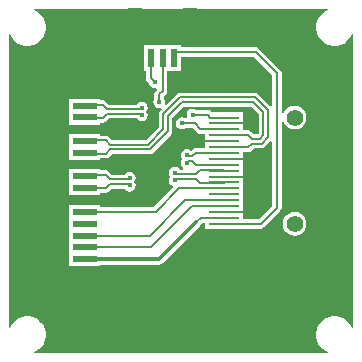
<source format=gtl>
G04*
G04 #@! TF.GenerationSoftware,Altium Limited,Altium Designer,19.1.1 (5)*
G04*
G04 Layer_Physical_Order=1*
G04 Layer_Color=255*
%FSLAX44Y44*%
%MOMM*%
G71*
G01*
G75*
%ADD12C,0.2000*%
%ADD13R,0.5000X1.5500*%
%ADD14R,1.2000X2.0000*%
%ADD15R,2.5999X0.2799*%
%ADD16R,2.1999X1.3000*%
%ADD17R,1.4001X1.3000*%
%ADD18R,2.0000X0.6000*%
%ADD19R,4.1999X0.7000*%
%ADD28C,0.1500*%
%ADD29C,0.3000*%
%ADD30C,1.4001*%
%ADD31C,0.4000*%
G36*
X274715Y294652D02*
X272908Y293903D01*
X272658Y293736D01*
X272380Y293621D01*
X270332Y292253D01*
X270119Y292040D01*
X269869Y291872D01*
X268128Y290131D01*
X267960Y289881D01*
X267747Y289668D01*
X266379Y287620D01*
X266264Y287342D01*
X266097Y287092D01*
X265154Y284817D01*
X265096Y284521D01*
X264980Y284243D01*
X264500Y281828D01*
Y281527D01*
X264441Y281231D01*
Y278769D01*
X264500Y278473D01*
Y278172D01*
X264980Y275757D01*
X265096Y275479D01*
X265154Y275183D01*
X266097Y272908D01*
X266264Y272658D01*
X266379Y272380D01*
X267747Y270332D01*
X267960Y270119D01*
X268128Y269869D01*
X269869Y268128D01*
X270119Y267960D01*
X270332Y267747D01*
X272380Y266379D01*
X272658Y266264D01*
X272908Y266097D01*
X275183Y265154D01*
X275479Y265096D01*
X275757Y264980D01*
X278172Y264500D01*
X278473D01*
X278769Y264441D01*
X281231D01*
X281527Y264500D01*
X281828D01*
X284243Y264980D01*
X284521Y265096D01*
X284817Y265154D01*
X287092Y266097D01*
X287342Y266264D01*
X287620Y266379D01*
X289668Y267747D01*
X289881Y267960D01*
X290131Y268128D01*
X291872Y269869D01*
X292040Y270119D01*
X292253Y270332D01*
X293621Y272380D01*
X293736Y272658D01*
X293903Y272908D01*
X294652Y274715D01*
X295922Y274463D01*
Y25537D01*
X294652Y25285D01*
X293903Y27092D01*
X293736Y27342D01*
X293621Y27620D01*
X292253Y29668D01*
X292040Y29881D01*
X291872Y30131D01*
X290131Y31872D01*
X289881Y32040D01*
X289668Y32253D01*
X287620Y33621D01*
X287342Y33736D01*
X287092Y33903D01*
X284817Y34846D01*
X284521Y34904D01*
X284243Y35020D01*
X281828Y35500D01*
X281527D01*
X281231Y35559D01*
X278769D01*
X278473Y35500D01*
X278172D01*
X275757Y35020D01*
X275479Y34904D01*
X275183Y34846D01*
X272908Y33903D01*
X272658Y33736D01*
X272380Y33621D01*
X270332Y32253D01*
X270119Y32040D01*
X269869Y31872D01*
X268128Y30131D01*
X267960Y29881D01*
X267747Y29668D01*
X266379Y27620D01*
X266264Y27342D01*
X266097Y27092D01*
X265154Y24817D01*
X265096Y24521D01*
X264980Y24243D01*
X264500Y21828D01*
Y21527D01*
X264441Y21231D01*
Y18769D01*
X264500Y18473D01*
Y18172D01*
X264980Y15757D01*
X265096Y15479D01*
X265154Y15183D01*
X266097Y12909D01*
X266264Y12658D01*
X266379Y12380D01*
X267747Y10332D01*
X267960Y10119D01*
X268128Y9869D01*
X269869Y8128D01*
X270119Y7960D01*
X270332Y7747D01*
X272380Y6379D01*
X272658Y6264D01*
X272908Y6097D01*
X274715Y5348D01*
X274463Y4078D01*
X25537D01*
X25285Y5348D01*
X27092Y6097D01*
X27342Y6264D01*
X27620Y6379D01*
X29668Y7747D01*
X29881Y7960D01*
X30131Y8128D01*
X31872Y9869D01*
X32040Y10119D01*
X32253Y10332D01*
X33621Y12380D01*
X33736Y12658D01*
X33903Y12909D01*
X34846Y15183D01*
X34904Y15479D01*
X35020Y15757D01*
X35500Y18172D01*
Y18473D01*
X35559Y18769D01*
Y21231D01*
X35500Y21527D01*
Y21828D01*
X35020Y24243D01*
X34904Y24521D01*
X34846Y24817D01*
X33903Y27092D01*
X33736Y27342D01*
X33621Y27620D01*
X32253Y29668D01*
X32040Y29881D01*
X31872Y30131D01*
X30131Y31872D01*
X29881Y32040D01*
X29668Y32253D01*
X27620Y33621D01*
X27342Y33736D01*
X27092Y33903D01*
X24817Y34846D01*
X24521Y34904D01*
X24243Y35020D01*
X21828Y35500D01*
X21527D01*
X21231Y35559D01*
X18769D01*
X18473Y35500D01*
X18172D01*
X15757Y35020D01*
X15479Y34904D01*
X15183Y34846D01*
X12909Y33903D01*
X12658Y33736D01*
X12380Y33621D01*
X10332Y32253D01*
X10119Y32040D01*
X9869Y31872D01*
X8128Y30131D01*
X7960Y29881D01*
X7747Y29668D01*
X6379Y27620D01*
X6264Y27342D01*
X6097Y27092D01*
X5348Y25285D01*
X4078Y25537D01*
X4078Y274463D01*
X5348Y274715D01*
X6097Y272908D01*
X6264Y272658D01*
X6379Y272380D01*
X7747Y270332D01*
X7960Y270119D01*
X8128Y269869D01*
X9869Y268128D01*
X10119Y267960D01*
X10332Y267747D01*
X12380Y266379D01*
X12658Y266264D01*
X12909Y266097D01*
X15183Y265154D01*
X15479Y265096D01*
X15757Y264980D01*
X18172Y264500D01*
X18473D01*
X18769Y264441D01*
X21231D01*
X21527Y264500D01*
X21828D01*
X24243Y264980D01*
X24521Y265096D01*
X24817Y265154D01*
X27092Y266097D01*
X27342Y266264D01*
X27620Y266379D01*
X29668Y267747D01*
X29881Y267960D01*
X30131Y268128D01*
X31872Y269869D01*
X32040Y270119D01*
X32253Y270332D01*
X33621Y272380D01*
X33736Y272658D01*
X33903Y272908D01*
X34846Y275183D01*
X34904Y275479D01*
X35020Y275757D01*
X35500Y278172D01*
Y278473D01*
X35559Y278769D01*
Y281231D01*
X35500Y281527D01*
Y281828D01*
X35020Y284243D01*
X34904Y284521D01*
X34846Y284817D01*
X33903Y287092D01*
X33736Y287342D01*
X33621Y287620D01*
X32253Y289668D01*
X32040Y289881D01*
X31872Y290131D01*
X30131Y291872D01*
X29881Y292040D01*
X29668Y292253D01*
X27620Y293621D01*
X27342Y293736D01*
X27092Y293903D01*
X25285Y294652D01*
X25537Y295922D01*
X274463D01*
X274715Y294652D01*
D02*
G37*
%LPC*%
G36*
X81580Y219830D02*
X55580D01*
Y207830D01*
Y197830D01*
X81580D01*
Y199256D01*
X83900D01*
X85363Y199548D01*
X86604Y200376D01*
X89214Y202987D01*
X112546D01*
X113235Y201955D01*
X114889Y200850D01*
X116840Y200462D01*
X118791Y200850D01*
X120445Y201955D01*
X121550Y203609D01*
X121938Y205560D01*
X121550Y207511D01*
X120668Y208830D01*
X121550Y210149D01*
X121938Y212100D01*
X121550Y214051D01*
X120445Y215705D01*
X118791Y216810D01*
X116840Y217198D01*
X114889Y216810D01*
X113235Y215705D01*
X112546Y214673D01*
X89214D01*
X86604Y217283D01*
X85363Y218112D01*
X83900Y218403D01*
X81580D01*
Y219830D01*
D02*
G37*
G36*
X149960Y264750D02*
X118960D01*
Y243250D01*
X120382D01*
Y237410D01*
X120382Y237410D01*
X120692Y235849D01*
X121576Y234526D01*
X123108Y232994D01*
X123330Y231879D01*
X124435Y230225D01*
X126089Y229120D01*
X128040Y228732D01*
X128110Y228746D01*
X129452Y227761D01*
X129514Y227174D01*
X128738Y226399D01*
X127854Y225075D01*
X127543Y223515D01*
X127543Y223514D01*
Y219726D01*
X126912Y218780D01*
X126524Y216830D01*
X126912Y214879D01*
X128017Y213225D01*
X129671Y212120D01*
X131622Y211732D01*
X133147Y212035D01*
X133773Y210865D01*
X132233Y209325D01*
X131404Y208085D01*
X131113Y206621D01*
Y195271D01*
X120516Y184673D01*
X91754D01*
X89144Y187283D01*
X87903Y188112D01*
X86440Y188403D01*
X81580D01*
Y189830D01*
X55580D01*
Y177830D01*
Y167830D01*
X81580D01*
Y169256D01*
X86440D01*
X87903Y169548D01*
X89144Y170376D01*
X91754Y172987D01*
X123773D01*
X125236Y173278D01*
X126477Y174106D01*
X141680Y189310D01*
X142509Y190550D01*
X142800Y192013D01*
Y203364D01*
X152442Y213006D01*
X209587D01*
X215887Y206706D01*
Y190334D01*
X215148Y189595D01*
X211877D01*
X209707Y191765D01*
X208466Y192594D01*
X207003Y192885D01*
X202560D01*
Y198151D01*
X202560D01*
Y199352D01*
X202560D01*
Y208151D01*
X176328D01*
X175445Y209035D01*
X174121Y209919D01*
X172561Y210229D01*
X172561Y210229D01*
X162707D01*
X161762Y210861D01*
X159811Y211249D01*
X157860Y210861D01*
X156207Y209755D01*
X155101Y208102D01*
X154713Y206151D01*
X155061Y204403D01*
X154479Y203314D01*
X154360Y203145D01*
X153508Y202993D01*
X152809Y203460D01*
X150858Y203848D01*
X148907Y203460D01*
X147254Y202355D01*
X146148Y200701D01*
X145760Y198750D01*
X146148Y196799D01*
X147254Y195145D01*
X148907Y194040D01*
X150858Y193652D01*
X152809Y194040D01*
X153754Y194672D01*
X159772D01*
X163576Y190867D01*
X163576Y190867D01*
X164899Y189983D01*
X166460Y189673D01*
X170561D01*
Y184350D01*
X170561D01*
Y183149D01*
X170561D01*
Y177884D01*
X162940D01*
X161477Y177593D01*
X160236Y176764D01*
X159048Y175575D01*
X158545Y175625D01*
X156891Y176730D01*
X154940Y177118D01*
X152989Y176730D01*
X151335Y175625D01*
X150230Y173971D01*
X149842Y172020D01*
X150230Y170069D01*
X151111Y168750D01*
X150230Y167431D01*
X149842Y165480D01*
X150230Y163529D01*
X151335Y161875D01*
X151838Y161539D01*
X152109Y159830D01*
X151923Y159593D01*
X149074D01*
X148385Y160625D01*
X146731Y161730D01*
X144780Y162118D01*
X142829Y161730D01*
X141175Y160625D01*
X140070Y158971D01*
X139682Y157020D01*
X140070Y155069D01*
X140951Y153750D01*
X140070Y152431D01*
X139682Y150480D01*
X140070Y148529D01*
X141175Y146875D01*
X142829Y145770D01*
X143010Y145734D01*
X143379Y144519D01*
X126768Y127908D01*
X81580D01*
Y129830D01*
X55580D01*
Y117830D01*
Y107830D01*
Y97830D01*
Y87830D01*
Y77830D01*
X81580D01*
Y79242D01*
X131622D01*
X133378Y79591D01*
X134866Y80586D01*
X166184Y111904D01*
X167179Y113392D01*
X167235Y113676D01*
X168231Y114672D01*
X170561D01*
Y109349D01*
X202560D01*
Y109670D01*
X217349D01*
X217349Y109670D01*
X218910Y109981D01*
X220233Y110865D01*
X234024Y124656D01*
X234024Y124656D01*
X234908Y125979D01*
X235218Y127540D01*
X235218Y127540D01*
Y200869D01*
X236416Y201141D01*
X237424Y198708D01*
X239027Y196619D01*
X241116Y195016D01*
X243548Y194008D01*
X246159Y193665D01*
X248770Y194008D01*
X251202Y195016D01*
X253291Y196619D01*
X254894Y198708D01*
X255902Y201141D01*
X256245Y203751D01*
X255902Y206362D01*
X254894Y208794D01*
X253291Y210883D01*
X251202Y212486D01*
X248770Y213494D01*
X246159Y213838D01*
X243548Y213494D01*
X241116Y212486D01*
X239027Y210883D01*
X237424Y208794D01*
X236416Y206362D01*
X235218Y206634D01*
Y241300D01*
X234908Y242861D01*
X234024Y244184D01*
X234024Y244184D01*
X216244Y261964D01*
X214921Y262848D01*
X213360Y263158D01*
X213360Y263158D01*
X149960D01*
Y264750D01*
D02*
G37*
G36*
X81580Y159830D02*
X55580D01*
Y147830D01*
Y137830D01*
X81580D01*
Y140007D01*
X86531D01*
X87994Y140298D01*
X89235Y141126D01*
X91754Y143646D01*
X102186D01*
X102875Y142614D01*
X104529Y141509D01*
X106480Y141121D01*
X108431Y141509D01*
X110085Y142614D01*
X111190Y144268D01*
X111578Y146219D01*
X111190Y148170D01*
X110308Y149489D01*
X111190Y150808D01*
X111578Y152759D01*
X111190Y154710D01*
X110085Y156364D01*
X108431Y157469D01*
X106480Y157857D01*
X104529Y157469D01*
X102875Y156364D01*
X102186Y155333D01*
X91754D01*
X89235Y157852D01*
X87994Y158681D01*
X86531Y158972D01*
X81580D01*
Y159830D01*
D02*
G37*
G36*
X246159Y123835D02*
X243548Y123492D01*
X241116Y122484D01*
X239027Y120881D01*
X237424Y118792D01*
X236416Y116359D01*
X236073Y113749D01*
X236416Y111138D01*
X237424Y108706D01*
X239027Y106617D01*
X241116Y105014D01*
X243548Y104006D01*
X246159Y103662D01*
X248770Y104006D01*
X251202Y105014D01*
X253291Y106617D01*
X254894Y108706D01*
X255902Y111138D01*
X256245Y113749D01*
X255902Y116359D01*
X254894Y118792D01*
X253291Y120881D01*
X251202Y122484D01*
X248770Y123492D01*
X246159Y123835D01*
D02*
G37*
%LPD*%
G36*
X227062Y239611D02*
Y213855D01*
X225792Y213329D01*
X215547Y223573D01*
X214307Y224402D01*
X212844Y224693D01*
X149185D01*
X147722Y224402D01*
X146481Y223573D01*
X137587Y214679D01*
X136416Y215304D01*
X136720Y216830D01*
X136332Y218780D01*
X135700Y219726D01*
Y221825D01*
X137344Y223469D01*
X138228Y224792D01*
X138538Y226353D01*
X138538Y226353D01*
Y243250D01*
X149960D01*
Y255002D01*
X211671D01*
X227062Y239611D01*
D02*
G37*
G36*
Y183185D02*
Y129229D01*
X215660Y117827D01*
X202560D01*
Y123150D01*
X202560D01*
Y124351D01*
X202560D01*
Y134351D01*
Y144351D01*
Y153149D01*
X202560D01*
Y154351D01*
X202560D01*
Y159352D01*
Y168151D01*
X202560D01*
Y169352D01*
X202560D01*
Y174617D01*
X207003D01*
X208466Y174908D01*
X209707Y175737D01*
X211877Y177908D01*
X218405D01*
X219868Y178199D01*
X221108Y179028D01*
X225792Y183711D01*
X227062Y183185D01*
D02*
G37*
D12*
X145960Y259080D02*
X213360D01*
X144460Y257580D02*
X145960Y259080D01*
X144460Y254000D02*
Y257580D01*
X213360Y259080D02*
X231140Y241300D01*
Y127540D02*
Y241300D01*
X217349Y113749D02*
X231140Y127540D01*
X186560Y113749D02*
X217349D01*
X134460Y226353D02*
Y254000D01*
X131622Y223515D02*
X134460Y226353D01*
X131622Y216830D02*
Y223515D01*
X150858Y198750D02*
X161461D01*
X166460Y193751D01*
X186560D01*
X159811Y206151D02*
X172561D01*
X174960Y203751D01*
X124460Y237410D02*
Y254000D01*
Y237410D02*
X128040Y233830D01*
X174960Y203751D02*
X186560D01*
X128458Y123830D02*
X148376Y143749D01*
X186560D01*
X68580Y123830D02*
X128458D01*
X186560Y168750D02*
X212844D01*
X159230Y183751D02*
Y190550D01*
Y183751D02*
X186560D01*
Y198750D02*
X208280D01*
Y200462D01*
X186560Y153749D02*
X212844D01*
Y153830D01*
X186560Y123749D02*
X212844D01*
Y123835D01*
X162940Y115148D02*
X166542Y118750D01*
X186560D01*
X124310Y93830D02*
X159230Y128750D01*
X186560D01*
X68580Y93830D02*
X124310D01*
X68580Y103830D02*
X123680D01*
X153599Y133749D01*
X186560D01*
D13*
X124460Y254000D02*
D03*
X134460D02*
D03*
X144460D02*
D03*
D14*
X157460Y286250D02*
D03*
X111460D02*
D03*
D15*
X186560Y203751D02*
D03*
Y198750D02*
D03*
Y193751D02*
D03*
Y183751D02*
D03*
Y178750D02*
D03*
Y168750D02*
D03*
Y163751D02*
D03*
Y153749D02*
D03*
Y148750D02*
D03*
Y143749D02*
D03*
Y138750D02*
D03*
Y133749D02*
D03*
Y128750D02*
D03*
Y123749D02*
D03*
Y118750D02*
D03*
Y113749D02*
D03*
Y173751D02*
D03*
Y188750D02*
D03*
Y158750D02*
D03*
D16*
X194160Y239250D02*
D03*
Y78250D02*
D03*
D17*
X253761D02*
D03*
Y239250D02*
D03*
D18*
X68580Y143830D02*
D03*
Y153830D02*
D03*
Y183830D02*
D03*
Y173830D02*
D03*
Y213830D02*
D03*
Y203830D02*
D03*
Y223830D02*
D03*
Y193830D02*
D03*
Y163830D02*
D03*
Y133830D02*
D03*
Y123830D02*
D03*
Y113830D02*
D03*
Y103830D02*
D03*
Y93830D02*
D03*
Y83830D02*
D03*
D19*
X47579Y233830D02*
D03*
Y73830D02*
D03*
D28*
X166232Y159062D02*
X186249D01*
X162940Y155770D02*
X166232Y159062D01*
X186249D02*
X186560Y158750D01*
X162940Y163440D02*
X186249D01*
X159649Y166730D02*
X162940Y163440D01*
X186249D02*
X186560Y163751D01*
X104553Y151509D02*
X105803Y152759D01*
X106480D01*
X90170Y151509D02*
X104553D01*
X86531Y155148D02*
X90170Y151509D01*
X68580Y153830D02*
X69898Y155148D01*
X86531D01*
X186249Y148438D02*
X186560Y148750D01*
X166232Y148438D02*
X186249D01*
X162940Y151730D02*
X166232Y148438D01*
X104553Y147469D02*
X105803Y146219D01*
X106480D01*
X90170Y147469D02*
X104553D01*
X86531Y143830D02*
X90170Y147469D01*
X68580Y143830D02*
X86531D01*
X146706Y151730D02*
X162940D01*
X145456Y150480D02*
X146706Y151730D01*
X144780Y150480D02*
X145456D01*
X146706Y155770D02*
X162940D01*
X145456Y157020D02*
X146706Y155770D01*
X144780Y157020D02*
X145456D01*
X159649Y170770D02*
X162940Y174060D01*
X154940Y165480D02*
X156190Y166730D01*
X156190Y170770D02*
X159649D01*
X154940Y172020D02*
X156190Y170770D01*
X186251Y174060D02*
X186560Y173751D01*
X156190Y166730D02*
X159649D01*
X162940Y174060D02*
X186251D01*
X116164Y205560D02*
X116840D01*
X114914Y206810D02*
X116164Y205560D01*
X87630Y206810D02*
X114914D01*
X68580Y203830D02*
X69330Y203080D01*
X83900D02*
X87630Y206810D01*
X69330Y203080D02*
X83900D01*
X116164Y212100D02*
X116840D01*
X114914Y210850D02*
X116164Y212100D01*
X87630Y210850D02*
X114914D01*
X69330Y214580D02*
X83900D01*
X68580Y213830D02*
X69330Y214580D01*
X83900D02*
X87630Y210850D01*
X134937Y206621D02*
X149185Y220870D01*
X134937Y193687D02*
Y206621D01*
X69330Y184580D02*
X86440D01*
X90170Y180850D02*
X122100D01*
X68580Y183830D02*
X69330Y184580D01*
X122100Y180850D02*
X134937Y193687D01*
X86440Y184580D02*
X90170Y180850D01*
X138977Y204948D02*
X150858Y216830D01*
X138977Y192013D02*
Y204948D01*
X123773Y176810D02*
X138977Y192013D01*
X90170Y176810D02*
X123773D01*
X86440Y173080D02*
X90170Y176810D01*
X69330Y173080D02*
X86440D01*
X68580Y173830D02*
X69330Y173080D01*
X149185Y220870D02*
X212844D01*
X150858Y216830D02*
X211170D01*
X219710Y208290D01*
X186560Y178750D02*
X186870Y178441D01*
X216731Y185771D02*
X219710Y188750D01*
X186872Y189062D02*
X207003D01*
X210294Y181731D02*
X218405D01*
X219710Y188750D02*
Y208290D01*
X210294Y185771D02*
X216731D01*
X212844Y220870D02*
X223750Y209963D01*
X207003Y189062D02*
X210294Y185771D01*
X218405Y181731D02*
X223750Y187076D01*
X207003Y178441D02*
X210294Y181731D01*
X186560Y188750D02*
X186872Y189062D01*
X223750Y187076D02*
Y209963D01*
X186870Y178441D02*
X207003D01*
D29*
X68580Y83830D02*
X131622D01*
X162940Y115148D01*
D30*
X246159Y113749D02*
D03*
Y203751D02*
D03*
D31*
X167640Y246250D02*
D03*
X176328Y235849D02*
D03*
X157460D02*
D03*
X39188Y288223D02*
D03*
X51449D02*
D03*
X82368D02*
D03*
X94629D02*
D03*
X226277D02*
D03*
X238538D02*
D03*
X186251Y288839D02*
D03*
X131622Y216830D02*
D03*
X150858Y198750D02*
D03*
X159811Y206151D02*
D03*
X128040Y233830D02*
D03*
X212844Y168750D02*
D03*
X159230Y190550D02*
D03*
X208280Y200462D02*
D03*
X212844Y153830D02*
D03*
Y123835D02*
D03*
X167640Y14079D02*
D03*
X153013D02*
D03*
X136341D02*
D03*
X120650D02*
D03*
X106480D02*
D03*
X173990Y288839D02*
D03*
X106480Y152759D02*
D03*
Y146219D02*
D03*
X144780Y157020D02*
D03*
Y150480D02*
D03*
X116840Y205560D02*
D03*
X154940Y172020D02*
D03*
X116840Y212100D02*
D03*
X154940Y165480D02*
D03*
M02*

</source>
